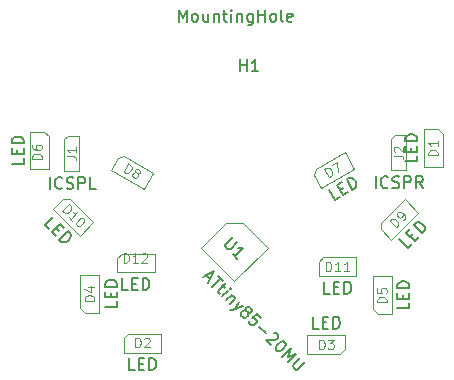
<source format=gbr>
G04 #@! TF.GenerationSoftware,KiCad,Pcbnew,(5.1.5)-3*
G04 #@! TF.CreationDate,2020-05-15T21:02:07+03:00*
G04 #@! TF.ProjectId,ButterflyJewel,42757474-6572-4666-9c79-4a6577656c2e,rev?*
G04 #@! TF.SameCoordinates,Original*
G04 #@! TF.FileFunction,Other,Fab,Top*
%FSLAX46Y46*%
G04 Gerber Fmt 4.6, Leading zero omitted, Abs format (unit mm)*
G04 Created by KiCad (PCBNEW (5.1.5)-3) date 2020-05-15 21:02:07*
%MOMM*%
%LPD*%
G04 APERTURE LIST*
%ADD10C,0.100000*%
%ADD11C,0.150000*%
%ADD12C,0.114000*%
%ADD13C,0.120000*%
G04 APERTURE END LIST*
D10*
X209296000Y-30424500D02*
X209613500Y-30107000D01*
X209296000Y-33107000D02*
X209296000Y-30424500D01*
X210566000Y-33107000D02*
X209296000Y-33107000D01*
X210566000Y-30107000D02*
X210566000Y-33107000D01*
X209613500Y-30107000D02*
X210566000Y-30107000D01*
X181610000Y-30488000D02*
X181927500Y-30170500D01*
X181610000Y-33170500D02*
X181610000Y-30488000D01*
X182880000Y-33170500D02*
X181610000Y-33170500D01*
X182880000Y-30170500D02*
X182880000Y-33170500D01*
X181927500Y-30170500D02*
X182880000Y-30170500D01*
X189242500Y-41757500D02*
X189242500Y-40157500D01*
X186042500Y-41757500D02*
X189242500Y-41757500D01*
X186042500Y-40557500D02*
X186042500Y-41757500D01*
X186442500Y-40157500D02*
X186042500Y-40557500D01*
X189242500Y-40157500D02*
X186442500Y-40157500D01*
X206324000Y-42075000D02*
X206324000Y-40475000D01*
X203124000Y-42075000D02*
X206324000Y-42075000D01*
X203124000Y-40875000D02*
X203124000Y-42075000D01*
X203524000Y-40475000D02*
X203124000Y-40875000D01*
X206324000Y-40475000D02*
X203524000Y-40475000D01*
X182937685Y-38654056D02*
X184069056Y-37522685D01*
X180674944Y-36391315D02*
X182937685Y-38654056D01*
X181523472Y-35542786D02*
X180674944Y-36391315D01*
X182089157Y-35542786D02*
X181523472Y-35542786D01*
X184069056Y-37522685D02*
X182089157Y-35542786D01*
X211564556Y-36708815D02*
X210433185Y-35577444D01*
X209301815Y-38971556D02*
X211564556Y-36708815D01*
X208453286Y-38123028D02*
X209301815Y-38971556D01*
X208453286Y-37557343D02*
X208453286Y-38123028D01*
X210433185Y-35577444D02*
X208453286Y-37557343D01*
X188310641Y-34703320D02*
X189110641Y-33317680D01*
X185539359Y-33103320D02*
X188310641Y-34703320D01*
X186139359Y-32064090D02*
X185539359Y-33103320D01*
X186685770Y-31917680D02*
X186139359Y-32064090D01*
X189110641Y-33317680D02*
X186685770Y-31917680D01*
X206128641Y-32976320D02*
X205328641Y-31590680D01*
X203357359Y-34576320D02*
X206128641Y-32976320D01*
X202757359Y-33537090D02*
X203357359Y-34576320D01*
X202903770Y-32990680D02*
X202757359Y-33537090D01*
X205328641Y-31590680D02*
X202903770Y-32990680D01*
X195287154Y-37566180D02*
X196701368Y-37566180D01*
X193165834Y-39687500D02*
X195287154Y-37566180D01*
X195994261Y-42515927D02*
X193165834Y-39687500D01*
X198822688Y-39687500D02*
X195994261Y-42515927D01*
X196701368Y-37566180D02*
X198822688Y-39687500D01*
X209334000Y-42088000D02*
X207734000Y-42088000D01*
X209334000Y-45288000D02*
X209334000Y-42088000D01*
X208134000Y-45288000D02*
X209334000Y-45288000D01*
X207734000Y-44888000D02*
X208134000Y-45288000D01*
X207734000Y-42088000D02*
X207734000Y-44888000D01*
X202171500Y-48679000D02*
X204971500Y-48679000D01*
X204971500Y-48679000D02*
X205371500Y-48279000D01*
X205371500Y-48279000D02*
X205371500Y-47079000D01*
X205371500Y-47079000D02*
X202171500Y-47079000D01*
X202171500Y-47079000D02*
X202171500Y-48679000D01*
X178714500Y-33032500D02*
X180314500Y-33032500D01*
X178714500Y-29832500D02*
X178714500Y-33032500D01*
X179914500Y-29832500D02*
X178714500Y-29832500D01*
X180314500Y-30232500D02*
X179914500Y-29832500D01*
X180314500Y-33032500D02*
X180314500Y-30232500D01*
X184569000Y-41961000D02*
X182969000Y-41961000D01*
X184569000Y-45161000D02*
X184569000Y-41961000D01*
X183369000Y-45161000D02*
X184569000Y-45161000D01*
X182969000Y-44761000D02*
X183369000Y-45161000D01*
X182969000Y-41961000D02*
X182969000Y-44761000D01*
X212052000Y-32842000D02*
X213652000Y-32842000D01*
X212052000Y-29642000D02*
X212052000Y-32842000D01*
X213252000Y-29642000D02*
X212052000Y-29642000D01*
X213652000Y-30042000D02*
X213252000Y-29642000D01*
X213652000Y-32842000D02*
X213652000Y-30042000D01*
X189814000Y-48552000D02*
X189814000Y-46952000D01*
X186614000Y-48552000D02*
X189814000Y-48552000D01*
X186614000Y-47352000D02*
X186614000Y-48552000D01*
X187014000Y-46952000D02*
X186614000Y-47352000D01*
X189814000Y-46952000D02*
X187014000Y-46952000D01*
D11*
X207954809Y-34619380D02*
X207954809Y-33619380D01*
X209002428Y-34524142D02*
X208954809Y-34571761D01*
X208811952Y-34619380D01*
X208716714Y-34619380D01*
X208573857Y-34571761D01*
X208478619Y-34476523D01*
X208431000Y-34381285D01*
X208383380Y-34190809D01*
X208383380Y-34047952D01*
X208431000Y-33857476D01*
X208478619Y-33762238D01*
X208573857Y-33667000D01*
X208716714Y-33619380D01*
X208811952Y-33619380D01*
X208954809Y-33667000D01*
X209002428Y-33714619D01*
X209383380Y-34571761D02*
X209526238Y-34619380D01*
X209764333Y-34619380D01*
X209859571Y-34571761D01*
X209907190Y-34524142D01*
X209954809Y-34428904D01*
X209954809Y-34333666D01*
X209907190Y-34238428D01*
X209859571Y-34190809D01*
X209764333Y-34143190D01*
X209573857Y-34095571D01*
X209478619Y-34047952D01*
X209431000Y-34000333D01*
X209383380Y-33905095D01*
X209383380Y-33809857D01*
X209431000Y-33714619D01*
X209478619Y-33667000D01*
X209573857Y-33619380D01*
X209811952Y-33619380D01*
X209954809Y-33667000D01*
X210383380Y-34619380D02*
X210383380Y-33619380D01*
X210764333Y-33619380D01*
X210859571Y-33667000D01*
X210907190Y-33714619D01*
X210954809Y-33809857D01*
X210954809Y-33952714D01*
X210907190Y-34047952D01*
X210859571Y-34095571D01*
X210764333Y-34143190D01*
X210383380Y-34143190D01*
X211954809Y-34619380D02*
X211621476Y-34143190D01*
X211383380Y-34619380D02*
X211383380Y-33619380D01*
X211764333Y-33619380D01*
X211859571Y-33667000D01*
X211907190Y-33714619D01*
X211954809Y-33809857D01*
X211954809Y-33952714D01*
X211907190Y-34047952D01*
X211859571Y-34095571D01*
X211764333Y-34143190D01*
X211383380Y-34143190D01*
D12*
X209514809Y-31860333D02*
X210057666Y-31860333D01*
X210166238Y-31896523D01*
X210238619Y-31968904D01*
X210274809Y-32077476D01*
X210274809Y-32149857D01*
X209587190Y-31534619D02*
X209551000Y-31498428D01*
X209514809Y-31426047D01*
X209514809Y-31245095D01*
X209551000Y-31172714D01*
X209587190Y-31136523D01*
X209659571Y-31100333D01*
X209731952Y-31100333D01*
X209840523Y-31136523D01*
X210274809Y-31570809D01*
X210274809Y-31100333D01*
D11*
X180364047Y-34682880D02*
X180364047Y-33682880D01*
X181411666Y-34587642D02*
X181364047Y-34635261D01*
X181221190Y-34682880D01*
X181125952Y-34682880D01*
X180983095Y-34635261D01*
X180887857Y-34540023D01*
X180840238Y-34444785D01*
X180792619Y-34254309D01*
X180792619Y-34111452D01*
X180840238Y-33920976D01*
X180887857Y-33825738D01*
X180983095Y-33730500D01*
X181125952Y-33682880D01*
X181221190Y-33682880D01*
X181364047Y-33730500D01*
X181411666Y-33778119D01*
X181792619Y-34635261D02*
X181935476Y-34682880D01*
X182173571Y-34682880D01*
X182268809Y-34635261D01*
X182316428Y-34587642D01*
X182364047Y-34492404D01*
X182364047Y-34397166D01*
X182316428Y-34301928D01*
X182268809Y-34254309D01*
X182173571Y-34206690D01*
X181983095Y-34159071D01*
X181887857Y-34111452D01*
X181840238Y-34063833D01*
X181792619Y-33968595D01*
X181792619Y-33873357D01*
X181840238Y-33778119D01*
X181887857Y-33730500D01*
X181983095Y-33682880D01*
X182221190Y-33682880D01*
X182364047Y-33730500D01*
X182792619Y-34682880D02*
X182792619Y-33682880D01*
X183173571Y-33682880D01*
X183268809Y-33730500D01*
X183316428Y-33778119D01*
X183364047Y-33873357D01*
X183364047Y-34016214D01*
X183316428Y-34111452D01*
X183268809Y-34159071D01*
X183173571Y-34206690D01*
X182792619Y-34206690D01*
X184268809Y-34682880D02*
X183792619Y-34682880D01*
X183792619Y-33682880D01*
D12*
X181828809Y-31923833D02*
X182371666Y-31923833D01*
X182480238Y-31960023D01*
X182552619Y-32032404D01*
X182588809Y-32140976D01*
X182588809Y-32213357D01*
X182588809Y-31163833D02*
X182588809Y-31598119D01*
X182588809Y-31380976D02*
X181828809Y-31380976D01*
X181937380Y-31453357D01*
X182009761Y-31525738D01*
X182045952Y-31598119D01*
D11*
X186999642Y-43229880D02*
X186523452Y-43229880D01*
X186523452Y-42229880D01*
X187332976Y-42706071D02*
X187666309Y-42706071D01*
X187809166Y-43229880D02*
X187332976Y-43229880D01*
X187332976Y-42229880D01*
X187809166Y-42229880D01*
X188237738Y-43229880D02*
X188237738Y-42229880D01*
X188475833Y-42229880D01*
X188618690Y-42277500D01*
X188713928Y-42372738D01*
X188761547Y-42467976D01*
X188809166Y-42658452D01*
X188809166Y-42801309D01*
X188761547Y-42991785D01*
X188713928Y-43087023D01*
X188618690Y-43182261D01*
X188475833Y-43229880D01*
X188237738Y-43229880D01*
D13*
X186629071Y-40938404D02*
X186629071Y-40138404D01*
X186819547Y-40138404D01*
X186933833Y-40176500D01*
X187010023Y-40252690D01*
X187048119Y-40328880D01*
X187086214Y-40481261D01*
X187086214Y-40595547D01*
X187048119Y-40747928D01*
X187010023Y-40824119D01*
X186933833Y-40900309D01*
X186819547Y-40938404D01*
X186629071Y-40938404D01*
X187848119Y-40938404D02*
X187390976Y-40938404D01*
X187619547Y-40938404D02*
X187619547Y-40138404D01*
X187543357Y-40252690D01*
X187467166Y-40328880D01*
X187390976Y-40366976D01*
X188152880Y-40214595D02*
X188190976Y-40176500D01*
X188267166Y-40138404D01*
X188457642Y-40138404D01*
X188533833Y-40176500D01*
X188571928Y-40214595D01*
X188610023Y-40290785D01*
X188610023Y-40366976D01*
X188571928Y-40481261D01*
X188114785Y-40938404D01*
X188610023Y-40938404D01*
D11*
X204081142Y-43547380D02*
X203604952Y-43547380D01*
X203604952Y-42547380D01*
X204414476Y-43023571D02*
X204747809Y-43023571D01*
X204890666Y-43547380D02*
X204414476Y-43547380D01*
X204414476Y-42547380D01*
X204890666Y-42547380D01*
X205319238Y-43547380D02*
X205319238Y-42547380D01*
X205557333Y-42547380D01*
X205700190Y-42595000D01*
X205795428Y-42690238D01*
X205843047Y-42785476D01*
X205890666Y-42975952D01*
X205890666Y-43118809D01*
X205843047Y-43309285D01*
X205795428Y-43404523D01*
X205700190Y-43499761D01*
X205557333Y-43547380D01*
X205319238Y-43547380D01*
D13*
X203752571Y-41636904D02*
X203752571Y-40836904D01*
X203943047Y-40836904D01*
X204057333Y-40875000D01*
X204133523Y-40951190D01*
X204171619Y-41027380D01*
X204209714Y-41179761D01*
X204209714Y-41294047D01*
X204171619Y-41446428D01*
X204133523Y-41522619D01*
X204057333Y-41598809D01*
X203943047Y-41636904D01*
X203752571Y-41636904D01*
X204971619Y-41636904D02*
X204514476Y-41636904D01*
X204743047Y-41636904D02*
X204743047Y-40836904D01*
X204666857Y-40951190D01*
X204590666Y-41027380D01*
X204514476Y-41065476D01*
X205733523Y-41636904D02*
X205276380Y-41636904D01*
X205504952Y-41636904D02*
X205504952Y-40836904D01*
X205428761Y-40951190D01*
X205352571Y-41027380D01*
X205276380Y-41065476D01*
D11*
X180310615Y-38109246D02*
X179973898Y-37772529D01*
X180681004Y-37065422D01*
X180916707Y-37974559D02*
X181152409Y-38210262D01*
X180883035Y-38681666D02*
X180546317Y-38344949D01*
X181253424Y-37637842D01*
X181590142Y-37974559D01*
X181186081Y-38984712D02*
X181893188Y-38277605D01*
X182061546Y-38445964D01*
X182128890Y-38580651D01*
X182128890Y-38715338D01*
X182095218Y-38816353D01*
X181994203Y-38984712D01*
X181893188Y-39085727D01*
X181724829Y-39186743D01*
X181623814Y-39220414D01*
X181489127Y-39220414D01*
X181354440Y-39153071D01*
X181186081Y-38984712D01*
D13*
X181429190Y-36526001D02*
X181994876Y-35960316D01*
X182129563Y-36095003D01*
X182183438Y-36202752D01*
X182183438Y-36310502D01*
X182156500Y-36391314D01*
X182075688Y-36526001D01*
X181994876Y-36606813D01*
X181860189Y-36687625D01*
X181779377Y-36714563D01*
X181671627Y-36714563D01*
X181563877Y-36660688D01*
X181429190Y-36526001D01*
X182291187Y-37387998D02*
X181967938Y-37064749D01*
X182129563Y-37226374D02*
X182695248Y-36660688D01*
X182560561Y-36687625D01*
X182452812Y-36687625D01*
X182372000Y-36660688D01*
X183207059Y-37172499D02*
X183260934Y-37226374D01*
X183287871Y-37307186D01*
X183287871Y-37361061D01*
X183260934Y-37441873D01*
X183180122Y-37576560D01*
X183045435Y-37711247D01*
X182910748Y-37792059D01*
X182829935Y-37818996D01*
X182776061Y-37818996D01*
X182695248Y-37792059D01*
X182641374Y-37738184D01*
X182614436Y-37657372D01*
X182614436Y-37603497D01*
X182641374Y-37522685D01*
X182722186Y-37387998D01*
X182856873Y-37253311D01*
X182991560Y-37172499D01*
X183072372Y-37145561D01*
X183126247Y-37145561D01*
X183207059Y-37172499D01*
D11*
X211019746Y-39335884D02*
X210683029Y-39672601D01*
X209975922Y-38965495D01*
X210885059Y-38729792D02*
X211120762Y-38494090D01*
X211592166Y-38763464D02*
X211255449Y-39100182D01*
X210548342Y-38393075D01*
X210885059Y-38056357D01*
X211895212Y-38460418D02*
X211188105Y-37753311D01*
X211356464Y-37584953D01*
X211491151Y-37517609D01*
X211625838Y-37517609D01*
X211726853Y-37551281D01*
X211895212Y-37652296D01*
X211996227Y-37753311D01*
X212097243Y-37921670D01*
X212130914Y-38022685D01*
X212130914Y-38157372D01*
X212063571Y-38292059D01*
X211895212Y-38460418D01*
D13*
X209705875Y-37947935D02*
X209140190Y-37382249D01*
X209274877Y-37247562D01*
X209382626Y-37193687D01*
X209490376Y-37193687D01*
X209571188Y-37220625D01*
X209705875Y-37301437D01*
X209786687Y-37382249D01*
X209867500Y-37516936D01*
X209894437Y-37597748D01*
X209894437Y-37705498D01*
X209840562Y-37813248D01*
X209705875Y-37947935D01*
X210298498Y-37355312D02*
X210406248Y-37247562D01*
X210433185Y-37166750D01*
X210433185Y-37112875D01*
X210406248Y-36978188D01*
X210325435Y-36843501D01*
X210109936Y-36628002D01*
X210029124Y-36601064D01*
X209975249Y-36601064D01*
X209894437Y-36628002D01*
X209786687Y-36735751D01*
X209759750Y-36816564D01*
X209759750Y-36870438D01*
X209786687Y-36951251D01*
X209921374Y-37085938D01*
X210002187Y-37112875D01*
X210056061Y-37112875D01*
X210136874Y-37085938D01*
X210244623Y-36978188D01*
X210271561Y-36897376D01*
X210271561Y-36843501D01*
X210244623Y-36762689D01*
X186632680Y-33228680D02*
X187032680Y-32535860D01*
X187197637Y-32631098D01*
X187277564Y-32721232D01*
X187305451Y-32825310D01*
X187300348Y-32910341D01*
X187257148Y-33061354D01*
X187200006Y-33160329D01*
X187090824Y-33273247D01*
X187019737Y-33320182D01*
X186915659Y-33348070D01*
X186797637Y-33323918D01*
X186632680Y-33228680D01*
X187653046Y-33289926D02*
X187606111Y-33218839D01*
X187592167Y-33166800D01*
X187597271Y-33081769D01*
X187616318Y-33048778D01*
X187687405Y-33001843D01*
X187739444Y-32987899D01*
X187824474Y-32993003D01*
X187956440Y-33069193D01*
X188003375Y-33140280D01*
X188017319Y-33192319D01*
X188012215Y-33277349D01*
X187993168Y-33310341D01*
X187922081Y-33357276D01*
X187870042Y-33371220D01*
X187785012Y-33366116D01*
X187653046Y-33289926D01*
X187568015Y-33284822D01*
X187515976Y-33298766D01*
X187444890Y-33345701D01*
X187368699Y-33477667D01*
X187363595Y-33562697D01*
X187377539Y-33614736D01*
X187424474Y-33685823D01*
X187556440Y-33762013D01*
X187641471Y-33767117D01*
X187693510Y-33753173D01*
X187764596Y-33706238D01*
X187840787Y-33574272D01*
X187845891Y-33489242D01*
X187831947Y-33437203D01*
X187785012Y-33366116D01*
D11*
X204922459Y-35372867D02*
X204510066Y-35610963D01*
X204010066Y-34744937D01*
X204949230Y-34752568D02*
X205237905Y-34585902D01*
X205623528Y-34968106D02*
X205211134Y-35206201D01*
X204711134Y-34340175D01*
X205123528Y-34102080D01*
X205994681Y-34753820D02*
X205494681Y-33887794D01*
X205700878Y-33768747D01*
X205848405Y-33738558D01*
X205978503Y-33773417D01*
X206067361Y-33832086D01*
X206203839Y-33973234D01*
X206275267Y-34096952D01*
X206329266Y-34285719D01*
X206335646Y-34392007D01*
X206300786Y-34522104D01*
X206200878Y-34634772D01*
X205994681Y-34753820D01*
D13*
X204012584Y-33692156D02*
X203612584Y-32999336D01*
X203777542Y-32904098D01*
X203895564Y-32879946D01*
X203999642Y-32907834D01*
X204070728Y-32954769D01*
X204179910Y-33067688D01*
X204237053Y-33166662D01*
X204280252Y-33317675D01*
X204285356Y-33402706D01*
X204257468Y-33506784D01*
X204177542Y-33596918D01*
X204012584Y-33692156D01*
X204239422Y-32637431D02*
X204701302Y-32370765D01*
X204804379Y-33235013D01*
D11*
X193601218Y-42008420D02*
X193937935Y-42345137D01*
X193331844Y-42143107D02*
X194274653Y-41671702D01*
X193803248Y-42614511D01*
X194645042Y-42042092D02*
X195049103Y-42446153D01*
X194139966Y-42951229D02*
X194847072Y-42244122D01*
X194948088Y-42816542D02*
X195217462Y-43085916D01*
X195284805Y-42681855D02*
X194678714Y-43287946D01*
X194645042Y-43388962D01*
X194678714Y-43489977D01*
X194746057Y-43557320D01*
X194981759Y-43793023D02*
X195453164Y-43321618D01*
X195688866Y-43085916D02*
X195621523Y-43085916D01*
X195621523Y-43153259D01*
X195688866Y-43153259D01*
X195688866Y-43085916D01*
X195621523Y-43153259D01*
X195789881Y-43658336D02*
X195318477Y-44129740D01*
X195722538Y-43725679D02*
X195789881Y-43725679D01*
X195890897Y-43759351D01*
X195991912Y-43860366D01*
X196025584Y-43961381D01*
X195991912Y-44062397D01*
X195621523Y-44432786D01*
X196362301Y-44230755D02*
X196059255Y-44870519D01*
X196699019Y-44567473D02*
X196059255Y-44870519D01*
X195823553Y-44971534D01*
X195756210Y-44971534D01*
X195655194Y-44937862D01*
X197002064Y-45005206D02*
X196968393Y-44904190D01*
X196968393Y-44836847D01*
X197002064Y-44735832D01*
X197035736Y-44702160D01*
X197136751Y-44668488D01*
X197204095Y-44668488D01*
X197305110Y-44702160D01*
X197439797Y-44836847D01*
X197473469Y-44937862D01*
X197473469Y-45005206D01*
X197439797Y-45106221D01*
X197406125Y-45139893D01*
X197305110Y-45173564D01*
X197237767Y-45173564D01*
X197136751Y-45139893D01*
X197002064Y-45005206D01*
X196901049Y-44971534D01*
X196833706Y-44971534D01*
X196732690Y-45005206D01*
X196598003Y-45139893D01*
X196564332Y-45240908D01*
X196564332Y-45308251D01*
X196598003Y-45409267D01*
X196732690Y-45543954D01*
X196833706Y-45577625D01*
X196901049Y-45577625D01*
X197002064Y-45543954D01*
X197136751Y-45409267D01*
X197170423Y-45308251D01*
X197170423Y-45240908D01*
X197136751Y-45139893D01*
X198214248Y-45611297D02*
X197877530Y-45274580D01*
X197507141Y-45577625D01*
X197574484Y-45577625D01*
X197675499Y-45611297D01*
X197843858Y-45779656D01*
X197877530Y-45880671D01*
X197877530Y-45948015D01*
X197843858Y-46049030D01*
X197675500Y-46217389D01*
X197574484Y-46251061D01*
X197507141Y-46251061D01*
X197406125Y-46217389D01*
X197237767Y-46049030D01*
X197204095Y-45948015D01*
X197204095Y-45880671D01*
X198113232Y-46385748D02*
X198651980Y-46924496D01*
X199325415Y-46857152D02*
X199392759Y-46857152D01*
X199493774Y-46890824D01*
X199662133Y-47059183D01*
X199695805Y-47160198D01*
X199695805Y-47227541D01*
X199662133Y-47328557D01*
X199594789Y-47395900D01*
X199460102Y-47463244D01*
X198651980Y-47463244D01*
X199089713Y-47900976D01*
X200234553Y-47631602D02*
X200301896Y-47698946D01*
X200335568Y-47799961D01*
X200335568Y-47867305D01*
X200301896Y-47968320D01*
X200200881Y-48136679D01*
X200032522Y-48305037D01*
X199864163Y-48406053D01*
X199763148Y-48439724D01*
X199695805Y-48439724D01*
X199594789Y-48406053D01*
X199527446Y-48338709D01*
X199493774Y-48237694D01*
X199493774Y-48170350D01*
X199527446Y-48069335D01*
X199628461Y-47900976D01*
X199796820Y-47732618D01*
X199965179Y-47631602D01*
X200066194Y-47597931D01*
X200133537Y-47597931D01*
X200234553Y-47631602D01*
X200066194Y-48877457D02*
X200773301Y-48170350D01*
X200503927Y-48911129D01*
X201244705Y-48641755D01*
X200537598Y-49348862D01*
X201581423Y-48978472D02*
X201009003Y-49550892D01*
X200975331Y-49651907D01*
X200975331Y-49719251D01*
X201009003Y-49820266D01*
X201143690Y-49954953D01*
X201244705Y-49988625D01*
X201312049Y-49988625D01*
X201413064Y-49954953D01*
X201985484Y-49382533D01*
X195842738Y-38761526D02*
X195270318Y-39333946D01*
X195236646Y-39434961D01*
X195236646Y-39502305D01*
X195270318Y-39603320D01*
X195405005Y-39738007D01*
X195506020Y-39771679D01*
X195573364Y-39771679D01*
X195674379Y-39738007D01*
X196246799Y-39165587D01*
X196246799Y-40579801D02*
X195842738Y-40175740D01*
X196044768Y-40377770D02*
X196751875Y-39670664D01*
X196583516Y-39704335D01*
X196448829Y-39704335D01*
X196347814Y-39670664D01*
X210806380Y-44330857D02*
X210806380Y-44807047D01*
X209806380Y-44807047D01*
X210282571Y-43997523D02*
X210282571Y-43664190D01*
X210806380Y-43521333D02*
X210806380Y-43997523D01*
X209806380Y-43997523D01*
X209806380Y-43521333D01*
X210806380Y-43092761D02*
X209806380Y-43092761D01*
X209806380Y-42854666D01*
X209854000Y-42711809D01*
X209949238Y-42616571D01*
X210044476Y-42568952D01*
X210234952Y-42521333D01*
X210377809Y-42521333D01*
X210568285Y-42568952D01*
X210663523Y-42616571D01*
X210758761Y-42711809D01*
X210806380Y-42854666D01*
X210806380Y-43092761D01*
D13*
X208895904Y-44278476D02*
X208095904Y-44278476D01*
X208095904Y-44088000D01*
X208134000Y-43973714D01*
X208210190Y-43897523D01*
X208286380Y-43859428D01*
X208438761Y-43821333D01*
X208553047Y-43821333D01*
X208705428Y-43859428D01*
X208781619Y-43897523D01*
X208857809Y-43973714D01*
X208895904Y-44088000D01*
X208895904Y-44278476D01*
X208095904Y-43097523D02*
X208095904Y-43478476D01*
X208476857Y-43516571D01*
X208438761Y-43478476D01*
X208400666Y-43402285D01*
X208400666Y-43211809D01*
X208438761Y-43135619D01*
X208476857Y-43097523D01*
X208553047Y-43059428D01*
X208743523Y-43059428D01*
X208819714Y-43097523D01*
X208857809Y-43135619D01*
X208895904Y-43211809D01*
X208895904Y-43402285D01*
X208857809Y-43478476D01*
X208819714Y-43516571D01*
D11*
X191302285Y-20518380D02*
X191302285Y-19518380D01*
X191635619Y-20232666D01*
X191968952Y-19518380D01*
X191968952Y-20518380D01*
X192588000Y-20518380D02*
X192492761Y-20470761D01*
X192445142Y-20423142D01*
X192397523Y-20327904D01*
X192397523Y-20042190D01*
X192445142Y-19946952D01*
X192492761Y-19899333D01*
X192588000Y-19851714D01*
X192730857Y-19851714D01*
X192826095Y-19899333D01*
X192873714Y-19946952D01*
X192921333Y-20042190D01*
X192921333Y-20327904D01*
X192873714Y-20423142D01*
X192826095Y-20470761D01*
X192730857Y-20518380D01*
X192588000Y-20518380D01*
X193778476Y-19851714D02*
X193778476Y-20518380D01*
X193349904Y-19851714D02*
X193349904Y-20375523D01*
X193397523Y-20470761D01*
X193492761Y-20518380D01*
X193635619Y-20518380D01*
X193730857Y-20470761D01*
X193778476Y-20423142D01*
X194254666Y-19851714D02*
X194254666Y-20518380D01*
X194254666Y-19946952D02*
X194302285Y-19899333D01*
X194397523Y-19851714D01*
X194540380Y-19851714D01*
X194635619Y-19899333D01*
X194683238Y-19994571D01*
X194683238Y-20518380D01*
X195016571Y-19851714D02*
X195397523Y-19851714D01*
X195159428Y-19518380D02*
X195159428Y-20375523D01*
X195207047Y-20470761D01*
X195302285Y-20518380D01*
X195397523Y-20518380D01*
X195730857Y-20518380D02*
X195730857Y-19851714D01*
X195730857Y-19518380D02*
X195683238Y-19566000D01*
X195730857Y-19613619D01*
X195778476Y-19566000D01*
X195730857Y-19518380D01*
X195730857Y-19613619D01*
X196207047Y-19851714D02*
X196207047Y-20518380D01*
X196207047Y-19946952D02*
X196254666Y-19899333D01*
X196349904Y-19851714D01*
X196492761Y-19851714D01*
X196588000Y-19899333D01*
X196635619Y-19994571D01*
X196635619Y-20518380D01*
X197540380Y-19851714D02*
X197540380Y-20661238D01*
X197492761Y-20756476D01*
X197445142Y-20804095D01*
X197349904Y-20851714D01*
X197207047Y-20851714D01*
X197111809Y-20804095D01*
X197540380Y-20470761D02*
X197445142Y-20518380D01*
X197254666Y-20518380D01*
X197159428Y-20470761D01*
X197111809Y-20423142D01*
X197064190Y-20327904D01*
X197064190Y-20042190D01*
X197111809Y-19946952D01*
X197159428Y-19899333D01*
X197254666Y-19851714D01*
X197445142Y-19851714D01*
X197540380Y-19899333D01*
X198016571Y-20518380D02*
X198016571Y-19518380D01*
X198016571Y-19994571D02*
X198588000Y-19994571D01*
X198588000Y-20518380D02*
X198588000Y-19518380D01*
X199207047Y-20518380D02*
X199111809Y-20470761D01*
X199064190Y-20423142D01*
X199016571Y-20327904D01*
X199016571Y-20042190D01*
X199064190Y-19946952D01*
X199111809Y-19899333D01*
X199207047Y-19851714D01*
X199349904Y-19851714D01*
X199445142Y-19899333D01*
X199492761Y-19946952D01*
X199540380Y-20042190D01*
X199540380Y-20327904D01*
X199492761Y-20423142D01*
X199445142Y-20470761D01*
X199349904Y-20518380D01*
X199207047Y-20518380D01*
X200111809Y-20518380D02*
X200016571Y-20470761D01*
X199968952Y-20375523D01*
X199968952Y-19518380D01*
X200873714Y-20470761D02*
X200778476Y-20518380D01*
X200588000Y-20518380D01*
X200492761Y-20470761D01*
X200445142Y-20375523D01*
X200445142Y-19994571D01*
X200492761Y-19899333D01*
X200588000Y-19851714D01*
X200778476Y-19851714D01*
X200873714Y-19899333D01*
X200921333Y-19994571D01*
X200921333Y-20089809D01*
X200445142Y-20185047D01*
X196469095Y-24709380D02*
X196469095Y-23709380D01*
X196469095Y-24185571D02*
X197040523Y-24185571D01*
X197040523Y-24709380D02*
X197040523Y-23709380D01*
X198040523Y-24709380D02*
X197469095Y-24709380D01*
X197754809Y-24709380D02*
X197754809Y-23709380D01*
X197659571Y-23852238D01*
X197564333Y-23947476D01*
X197469095Y-23995095D01*
X203128642Y-46511380D02*
X202652452Y-46511380D01*
X202652452Y-45511380D01*
X203461976Y-45987571D02*
X203795309Y-45987571D01*
X203938166Y-46511380D02*
X203461976Y-46511380D01*
X203461976Y-45511380D01*
X203938166Y-45511380D01*
X204366738Y-46511380D02*
X204366738Y-45511380D01*
X204604833Y-45511380D01*
X204747690Y-45559000D01*
X204842928Y-45654238D01*
X204890547Y-45749476D01*
X204938166Y-45939952D01*
X204938166Y-46082809D01*
X204890547Y-46273285D01*
X204842928Y-46368523D01*
X204747690Y-46463761D01*
X204604833Y-46511380D01*
X204366738Y-46511380D01*
D13*
X203181023Y-48240904D02*
X203181023Y-47440904D01*
X203371500Y-47440904D01*
X203485785Y-47479000D01*
X203561976Y-47555190D01*
X203600071Y-47631380D01*
X203638166Y-47783761D01*
X203638166Y-47898047D01*
X203600071Y-48050428D01*
X203561976Y-48126619D01*
X203485785Y-48202809D01*
X203371500Y-48240904D01*
X203181023Y-48240904D01*
X203904833Y-47440904D02*
X204400071Y-47440904D01*
X204133404Y-47745666D01*
X204247690Y-47745666D01*
X204323880Y-47783761D01*
X204361976Y-47821857D01*
X204400071Y-47898047D01*
X204400071Y-48088523D01*
X204361976Y-48164714D01*
X204323880Y-48202809D01*
X204247690Y-48240904D01*
X204019119Y-48240904D01*
X203942928Y-48202809D01*
X203904833Y-48164714D01*
D11*
X178146880Y-32075357D02*
X178146880Y-32551547D01*
X177146880Y-32551547D01*
X177623071Y-31742023D02*
X177623071Y-31408690D01*
X178146880Y-31265833D02*
X178146880Y-31742023D01*
X177146880Y-31742023D01*
X177146880Y-31265833D01*
X178146880Y-30837261D02*
X177146880Y-30837261D01*
X177146880Y-30599166D01*
X177194500Y-30456309D01*
X177289738Y-30361071D01*
X177384976Y-30313452D01*
X177575452Y-30265833D01*
X177718309Y-30265833D01*
X177908785Y-30313452D01*
X178004023Y-30361071D01*
X178099261Y-30456309D01*
X178146880Y-30599166D01*
X178146880Y-30837261D01*
D13*
X179685904Y-32149976D02*
X178885904Y-32149976D01*
X178885904Y-31959500D01*
X178924000Y-31845214D01*
X179000190Y-31769023D01*
X179076380Y-31730928D01*
X179228761Y-31692833D01*
X179343047Y-31692833D01*
X179495428Y-31730928D01*
X179571619Y-31769023D01*
X179647809Y-31845214D01*
X179685904Y-31959500D01*
X179685904Y-32149976D01*
X178885904Y-31007119D02*
X178885904Y-31159500D01*
X178924000Y-31235690D01*
X178962095Y-31273785D01*
X179076380Y-31349976D01*
X179228761Y-31388071D01*
X179533523Y-31388071D01*
X179609714Y-31349976D01*
X179647809Y-31311880D01*
X179685904Y-31235690D01*
X179685904Y-31083309D01*
X179647809Y-31007119D01*
X179609714Y-30969023D01*
X179533523Y-30930928D01*
X179343047Y-30930928D01*
X179266857Y-30969023D01*
X179228761Y-31007119D01*
X179190666Y-31083309D01*
X179190666Y-31235690D01*
X179228761Y-31311880D01*
X179266857Y-31349976D01*
X179343047Y-31388071D01*
D11*
X186041380Y-44203857D02*
X186041380Y-44680047D01*
X185041380Y-44680047D01*
X185517571Y-43870523D02*
X185517571Y-43537190D01*
X186041380Y-43394333D02*
X186041380Y-43870523D01*
X185041380Y-43870523D01*
X185041380Y-43394333D01*
X186041380Y-42965761D02*
X185041380Y-42965761D01*
X185041380Y-42727666D01*
X185089000Y-42584809D01*
X185184238Y-42489571D01*
X185279476Y-42441952D01*
X185469952Y-42394333D01*
X185612809Y-42394333D01*
X185803285Y-42441952D01*
X185898523Y-42489571D01*
X185993761Y-42584809D01*
X186041380Y-42727666D01*
X186041380Y-42965761D01*
D13*
X184130904Y-44151476D02*
X183330904Y-44151476D01*
X183330904Y-43961000D01*
X183369000Y-43846714D01*
X183445190Y-43770523D01*
X183521380Y-43732428D01*
X183673761Y-43694333D01*
X183788047Y-43694333D01*
X183940428Y-43732428D01*
X184016619Y-43770523D01*
X184092809Y-43846714D01*
X184130904Y-43961000D01*
X184130904Y-44151476D01*
X183597571Y-43008619D02*
X184130904Y-43008619D01*
X183292809Y-43199095D02*
X183864238Y-43389571D01*
X183864238Y-42894333D01*
D11*
X211484380Y-31884857D02*
X211484380Y-32361047D01*
X210484380Y-32361047D01*
X210960571Y-31551523D02*
X210960571Y-31218190D01*
X211484380Y-31075333D02*
X211484380Y-31551523D01*
X210484380Y-31551523D01*
X210484380Y-31075333D01*
X211484380Y-30646761D02*
X210484380Y-30646761D01*
X210484380Y-30408666D01*
X210532000Y-30265809D01*
X210627238Y-30170571D01*
X210722476Y-30122952D01*
X210912952Y-30075333D01*
X211055809Y-30075333D01*
X211246285Y-30122952D01*
X211341523Y-30170571D01*
X211436761Y-30265809D01*
X211484380Y-30408666D01*
X211484380Y-30646761D01*
D13*
X213213904Y-31832476D02*
X212413904Y-31832476D01*
X212413904Y-31642000D01*
X212452000Y-31527714D01*
X212528190Y-31451523D01*
X212604380Y-31413428D01*
X212756761Y-31375333D01*
X212871047Y-31375333D01*
X213023428Y-31413428D01*
X213099619Y-31451523D01*
X213175809Y-31527714D01*
X213213904Y-31642000D01*
X213213904Y-31832476D01*
X213213904Y-30613428D02*
X213213904Y-31070571D01*
X213213904Y-30842000D02*
X212413904Y-30842000D01*
X212528190Y-30918190D01*
X212604380Y-30994380D01*
X212642476Y-31070571D01*
D11*
X187571142Y-50024380D02*
X187094952Y-50024380D01*
X187094952Y-49024380D01*
X187904476Y-49500571D02*
X188237809Y-49500571D01*
X188380666Y-50024380D02*
X187904476Y-50024380D01*
X187904476Y-49024380D01*
X188380666Y-49024380D01*
X188809238Y-50024380D02*
X188809238Y-49024380D01*
X189047333Y-49024380D01*
X189190190Y-49072000D01*
X189285428Y-49167238D01*
X189333047Y-49262476D01*
X189380666Y-49452952D01*
X189380666Y-49595809D01*
X189333047Y-49786285D01*
X189285428Y-49881523D01*
X189190190Y-49976761D01*
X189047333Y-50024380D01*
X188809238Y-50024380D01*
D13*
X187623523Y-48113904D02*
X187623523Y-47313904D01*
X187814000Y-47313904D01*
X187928285Y-47352000D01*
X188004476Y-47428190D01*
X188042571Y-47504380D01*
X188080666Y-47656761D01*
X188080666Y-47771047D01*
X188042571Y-47923428D01*
X188004476Y-47999619D01*
X187928285Y-48075809D01*
X187814000Y-48113904D01*
X187623523Y-48113904D01*
X188385428Y-47390095D02*
X188423523Y-47352000D01*
X188499714Y-47313904D01*
X188690190Y-47313904D01*
X188766380Y-47352000D01*
X188804476Y-47390095D01*
X188842571Y-47466285D01*
X188842571Y-47542476D01*
X188804476Y-47656761D01*
X188347333Y-48113904D01*
X188842571Y-48113904D01*
M02*

</source>
